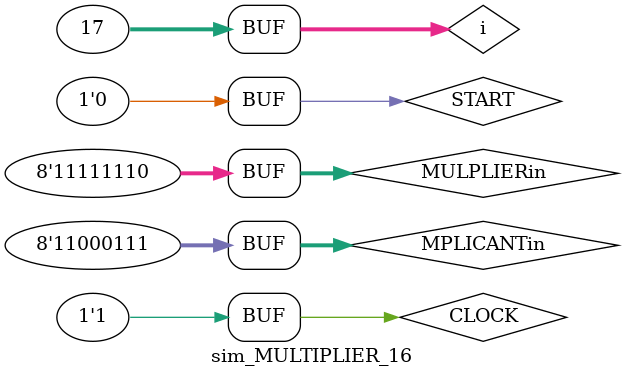
<source format=v>
`timescale 1ns / 1ps


module sim_MULTIPLIER_16();
wire [15:0] PRODUCT;
reg CLOCK;
reg START;
reg [7:0] MPLICANTin;
reg [7:0] MULPLIERin; 
MULTIPLIER_16 test(
    .PRODUCT(PRODUCT),
    .MPLICANTin(MPLICANTin),
    .MULPLIERin(MULPLIERin),
    .START(START),
    .CLOCK(CLOCK));
    
    integer i;
    initial begin
        #5 CLOCK=1;
        #5 CLOCK=0;
        START<=1;
        MPLICANTin<=8'h00;
        MULPLIERin<=8'hAE;
        #5 CLOCK=1;
        #5 CLOCK=0;
        START<=0;
        for(i=0;i<17;i=i+1) begin
            #5 CLOCK=1;
            #5 CLOCK=0;
        end
        #50 CLOCK=1;
        #5 CLOCK=0;
        START<=1;
        MPLICANTin<=8'h01;
        MULPLIERin<=8'hAE;
        #5 CLOCK=1;
        #5 CLOCK=0;
        START<=0;
        for(i=0;i<17;i=i+1) begin
            #5 CLOCK=1;
            #5 CLOCK=0;
        end
        #50 CLOCK=1;
        #5 CLOCK=0;
        START<=1;
        MPLICANTin<=8'hAE;
        MULPLIERin<=8'h01;
        #5 CLOCK=1;
        #5 CLOCK=0;
        START<=0;
        for(i=0;i<17;i=i+1) begin
            #5 CLOCK=1;
            #5 CLOCK=0;
        end
        #50 CLOCK=1;
        #5 CLOCK=0;
        START<=1;
        MPLICANTin<=8'd11111111;
        MULPLIERin<=8'b11111110;
        #5 CLOCK=1;
        #5 CLOCK=0;
        START<=0;
        for(i=0;i<17;i=i+1) begin
            #5 CLOCK=1;
            #5 CLOCK=0;
        end
        #50 CLOCK=1;
    end
endmodule

</source>
